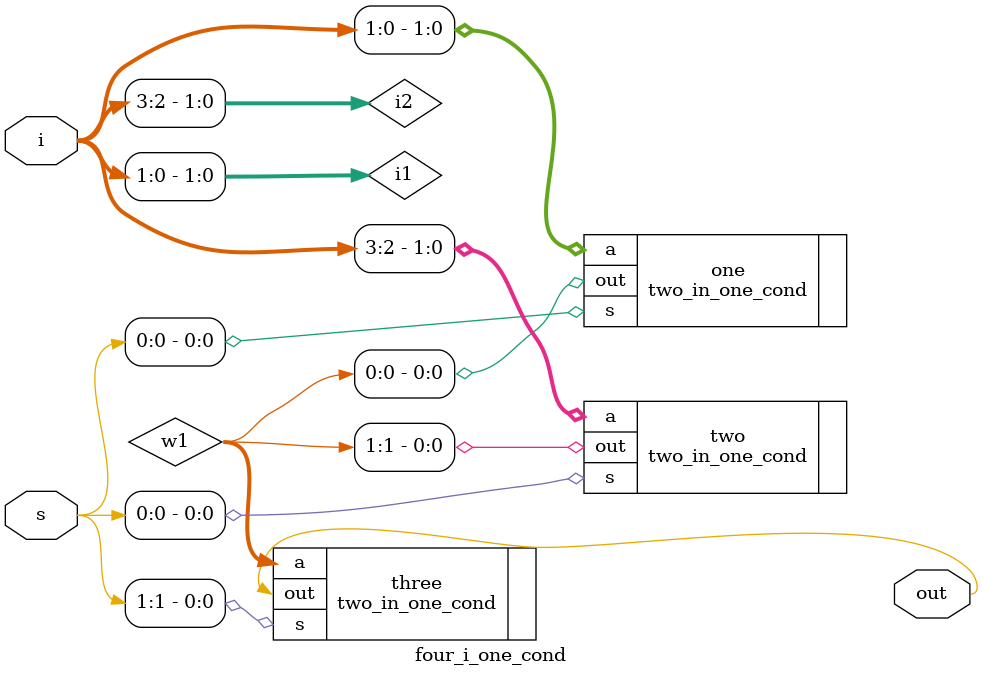
<source format=v>
module four_i_one_cond(i,s,out);

input [3:0]i;
input [1:0]s;
output out;
reg [1:0]i1;
reg [1:0]i2;
wire [1:0]w1;

    assign i1[0]=i[0];
    assign i1[1]=i[1];
    assign i2[0]=i[2];
    assign i2[1]=i[3];

two_in_one_cond one(.a(i1),.s(s[0]),.out(w1[0]));
two_in_one_cond two(.a(i2),.s(s[0]),.out(w1[1]));
two_in_one_cond three(.a(w1),.s(s[1]),.out(out));
endmodule
</source>
